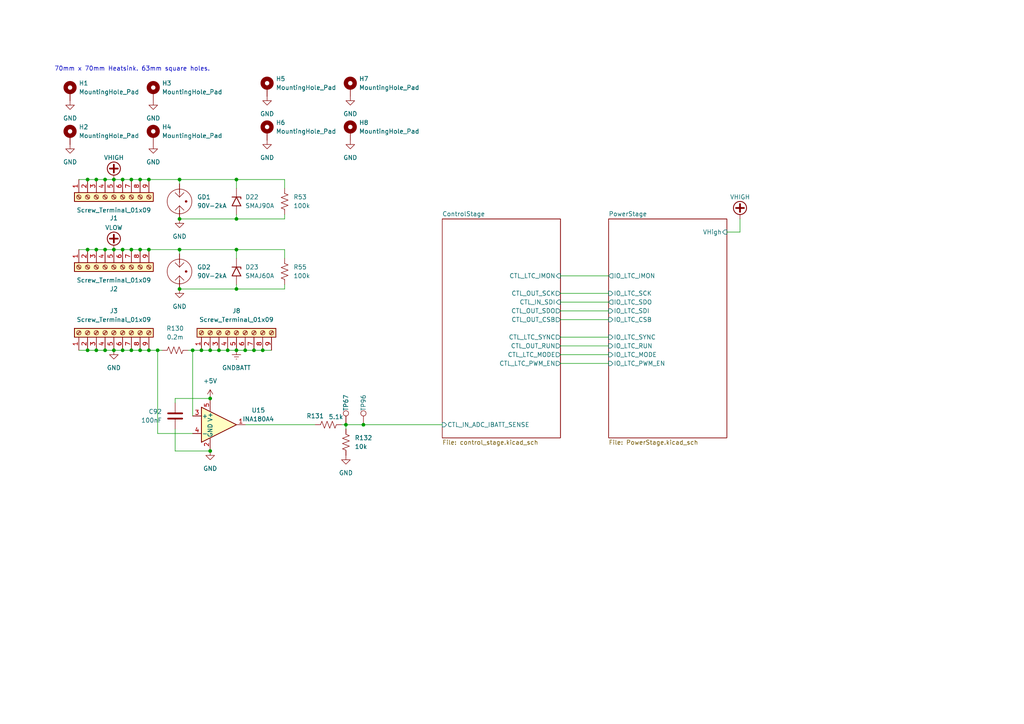
<source format=kicad_sch>
(kicad_sch (version 20231120) (generator "eeschema") (generator_version "8.0")
  (paper "A4")
  (lib_symbols
    (symbol "Amplifier_Current:INA180A4" (pin_names (offset 0.127))
      (property "Reference" "U" (at 3.81 3.81 0))
      (property "Value" "INA180A4" (at 3.81 -2.54 0))
      (symbol "INA180A4_0_1"
        (polyline (pts (xy 5.08 0) (xy -5.08 5.08) (xy -5.08 -5.08) (xy 5.08 0)) (stroke (width 0.254)) (fill (type background)))
      )
      (symbol "INA180A4_1_1"
        (pin output line (at 7.62 0 180) (length 2.54) (name "~") (number "1"))
        (pin power_in line (at -2.54 -7.62 90) (length 3.81) (name "GND") (number "2"))
        (pin input line (at -7.62 2.54 0) (length 2.54) (name "+") (number "3"))
        (pin input line (at -7.62 -2.54 0) (length 2.54) (name "-") (number "4"))
        (pin power_in line (at -2.54 7.62 270) (length 3.81) (name "V+") (number "5"))
      )
    )
    (symbol "Connector:Screw_Terminal_01x09" (pin_names (offset 1.016) hide)
      (property "Reference" "J" (at 0 12.7 0))
      (property "Value" "Screw_Terminal_01x09" (at 0 -12.7 0))
      (symbol "Screw_Terminal_01x09_1_1"
        (rectangle (start -1.27 11.43) (end 1.27 -11.43) (stroke (width 0.254)) (fill (type background)))
        (circle (center 0 -10.16) (radius 0.635) (stroke (width 0.1524)))
        (circle (center 0 -7.62) (radius 0.635) (stroke (width 0.1524)))
        (circle (center 0 -5.08) (radius 0.635) (stroke (width 0.1524)))
        (circle (center 0 -2.54) (radius 0.635) (stroke (width 0.1524)))
        (polyline (pts (xy -0.5334 -9.8298) (xy 0.3302 -10.668)) (stroke (width 0.1524)))
        (polyline (pts (xy -0.5334 -7.2898) (xy 0.3302 -8.128)) (stroke (width 0.1524)))
        (polyline (pts (xy -0.5334 -4.7498) (xy 0.3302 -5.588)) (stroke (width 0.1524)))
        (polyline (pts (xy -0.5334 -2.2098) (xy 0.3302 -3.048)) (stroke (width 0.1524)))
        (polyline (pts (xy -0.5334 0.3302) (xy 0.3302 -0.508)) (stroke (width 0.1524)))
        (polyline (pts (xy -0.5334 2.8702) (xy 0.3302 2.032)) (stroke (width 0.1524)))
        (polyline (pts (xy -0.5334 5.4102) (xy 0.3302 4.572)) (stroke (width 0.1524)))
        (polyline (pts (xy -0.5334 7.9502) (xy 0.3302 7.112)) (stroke (width 0.1524)))
        (polyline (pts (xy -0.5334 10.4902) (xy 0.3302 9.652)) (stroke (width 0.1524)))
        (polyline (pts (xy -0.3556 -9.652) (xy 0.508 -10.4902)) (stroke (width 0.1524)))
        (polyline (pts (xy -0.3556 -7.112) (xy 0.508 -7.9502)) (stroke (width 0.1524)))
        (polyline (pts (xy -0.3556 -4.572) (xy 0.508 -5.4102)) (stroke (width 0.1524)))
        (polyline (pts (xy -0.3556 -2.032) (xy 0.508 -2.8702)) (stroke (width 0.1524)))
        (polyline (pts (xy -0.3556 0.508) (xy 0.508 -0.3302)) (stroke (width 0.1524)))
        (polyline (pts (xy -0.3556 3.048) (xy 0.508 2.2098)) (stroke (width 0.1524)))
        (polyline (pts (xy -0.3556 5.588) (xy 0.508 4.7498)) (stroke (width 0.1524)))
        (polyline (pts (xy -0.3556 8.128) (xy 0.508 7.2898)) (stroke (width 0.1524)))
        (polyline (pts (xy -0.3556 10.668) (xy 0.508 9.8298)) (stroke (width 0.1524)))
        (circle (center 0 0) (radius 0.635) (stroke (width 0.1524)))
        (circle (center 0 2.54) (radius 0.635) (stroke (width 0.1524)))
        (circle (center 0 5.08) (radius 0.635) (stroke (width 0.1524)))
        (circle (center 0 7.62) (radius 0.635) (stroke (width 0.1524)))
        (circle (center 0 10.16) (radius 0.635) (stroke (width 0.1524)))
        (pin passive line (at -5.08 10.16 0) (length 3.81) (name "Pin_1") (number "1"))
        (pin passive line (at -5.08 7.62 0) (length 3.81) (name "Pin_2") (number "2"))
        (pin passive line (at -5.08 5.08 0) (length 3.81) (name "Pin_3") (number "3"))
        (pin passive line (at -5.08 2.54 0) (length 3.81) (name "Pin_4") (number "4"))
        (pin passive line (at -5.08 0 0) (length 3.81) (name "Pin_5") (number "5"))
        (pin passive line (at -5.08 -2.54 0) (length 3.81) (name "Pin_6") (number "6"))
        (pin passive line (at -5.08 -5.08 0) (length 3.81) (name "Pin_7") (number "7"))
        (pin passive line (at -5.08 -7.62 0) (length 3.81) (name "Pin_8") (number "8"))
        (pin passive line (at -5.08 -10.16 0) (length 3.81) (name "Pin_9") (number "9"))
      )
    )
    (symbol "Connector:TestPoint" (pin_numbers hide) (pin_names (offset 0.762) hide)
      (property "Reference" "TP" (at 0 6.858 0))
      (property "Value" "TestPoint" (at 0 5.08 0))
      (symbol "TestPoint_0_1"
        (circle (center 0 3.302) (radius 0.762))
      )
      (symbol "TestPoint_1_1"
        (pin passive line (at 0 0 90) (length 2.54) (name "1") (number "1"))
      )
    )
    (symbol "Device:C" (pin_numbers hide) (pin_names (offset 0.254))
      (property "Reference" "C" (at 0.635 2.54 0))
      (property "Value" "C" (at 0.635 -2.54 0))
      (symbol "C_0_1"
        (polyline (pts (xy -2.032 -0.762) (xy 2.032 -0.762)) (stroke (width 0.508)))
        (polyline (pts (xy -2.032 0.762) (xy 2.032 0.762)) (stroke (width 0.508)))
      )
      (symbol "C_1_1"
        (pin passive line (at 0 3.81 270) (length 2.794) (name "~") (number "1"))
        (pin passive line (at 0 -3.81 90) (length 2.794) (name "~") (number "2"))
      )
    )
    (symbol "Device:GDT_2Pin" (pin_numbers hide)
      (property "Reference" "GD2" (at 5.08 1.2701 0))
      (property "Value" "90V-2kA" (at 5.08 -1.2699 0))
      (symbol "GDT_2Pin_0_1"
        (polyline (pts (xy 0 -2.54) (xy 0 -1.27)))
        (polyline (pts (xy 0 -1.27) (xy -1.27 -2.54)))
        (polyline (pts (xy 0 -1.27) (xy 1.27 -2.54)))
        (polyline (pts (xy 0 1.27) (xy -1.27 2.54)))
        (polyline (pts (xy 0 1.27) (xy 1.27 2.54)))
        (polyline (pts (xy 0 2.54) (xy 0 1.27)))
        (circle (center 0 0) (radius 3.5814))
        (circle (center 1.905 0) (radius 0.127))
        (circle (center 1.905 0) (radius 0.127))
        (circle (center 1.905 0) (radius 0.2794))
        (circle (center 2.032 0) (radius 0.127))
      )
      (symbol "GDT_2Pin_1_1"
        (pin passive line (at 0 -5.08 90) (length 2.54) (name "~") (number "1"))
        (pin passive line (at 0 5.08 270) (length 2.54) (name "~") (number "2"))
      )
    )
    (symbol "Device:R_US" (pin_numbers hide) (pin_names (offset 0))
      (property "Reference" "R" (at 2.54 0 90))
      (property "Value" "R_US" (at -2.54 0 90))
      (symbol "R_US_0_1"
        (polyline (pts (xy 0 -2.286) (xy 0 -2.54)))
        (polyline (pts (xy 0 2.286) (xy 0 2.54)))
        (polyline (pts (xy 0 -0.762) (xy 1.016 -1.143) (xy 0 -1.524) (xy -1.016 -1.905) (xy 0 -2.286)))
        (polyline (pts (xy 0 0.762) (xy 1.016 0.381) (xy 0 0) (xy -1.016 -0.381) (xy 0 -0.762)))
        (polyline (pts (xy 0 2.286) (xy 1.016 1.905) (xy 0 1.524) (xy -1.016 1.143) (xy 0 0.762)))
      )
      (symbol "R_US_1_1"
        (pin passive line (at 0 3.81 270) (length 1.27) (name "~") (number "1"))
        (pin passive line (at 0 -3.81 90) (length 1.27) (name "~") (number "2"))
      )
    )
    (symbol "Diode:SMAJ60A" (pin_numbers hide) (pin_names (offset 1.016) hide)
      (property "Reference" "D" (at 0 2.54 0))
      (property "Value" "SMAJ60A" (at 0 -2.54 0))
      (symbol "SMAJ60A_0_1"
        (polyline (pts (xy -0.762 1.27) (xy -1.27 1.27) (xy -1.27 -1.27)) (stroke (width 0.254)))
        (polyline (pts (xy 1.27 1.27) (xy 1.27 -1.27) (xy -1.27 0) (xy 1.27 1.27)) (stroke (width 0.254)))
      )
      (symbol "SMAJ60A_1_1"
        (pin passive line (at -3.81 0 0) (length 2.54) (name "A1") (number "1"))
        (pin passive line (at 3.81 0 180) (length 2.54) (name "A2") (number "2"))
      )
    )
    (symbol "Diode:SMAJ90A" (pin_numbers hide) (pin_names (offset 1.016) hide)
      (property "Reference" "D" (at 0 2.54 0))
      (property "Value" "SMAJ90A" (at 0 -2.54 0))
      (symbol "SMAJ90A_0_1"
        (polyline (pts (xy -0.762 1.27) (xy -1.27 1.27) (xy -1.27 -1.27)) (stroke (width 0.254)))
        (polyline (pts (xy 1.27 1.27) (xy 1.27 -1.27) (xy -1.27 0) (xy 1.27 1.27)) (stroke (width 0.254)))
      )
      (symbol "SMAJ90A_1_1"
        (pin passive line (at -3.81 0 0) (length 2.54) (name "A1") (number "1"))
        (pin passive line (at 3.81 0 180) (length 2.54) (name "A2") (number "2"))
      )
    )
    (symbol "GDT_2Pin_1" (pin_numbers hide)
      (property "Reference" "GD1" (at 5.08 1.2701 0))
      (property "Value" "90V-2kA" (at 5.08 -1.2699 0))
      (symbol "GDT_2Pin_1_0_1"
        (polyline (pts (xy 0 -2.54) (xy 0 -1.27)))
        (polyline (pts (xy 0 -1.27) (xy -1.27 -2.54)))
        (polyline (pts (xy 0 -1.27) (xy 1.27 -2.54)))
        (polyline (pts (xy 0 1.27) (xy -1.27 2.54)))
        (polyline (pts (xy 0 1.27) (xy 1.27 2.54)))
        (polyline (pts (xy 0 2.54) (xy 0 1.27)))
        (circle (center 0 0) (radius 3.5814))
        (circle (center 1.905 0) (radius 0.127))
        (circle (center 1.905 0) (radius 0.127))
        (circle (center 1.905 0) (radius 0.2794))
        (circle (center 2.032 0) (radius 0.127))
      )
      (symbol "GDT_2Pin_1_1_1"
        (pin passive line (at 0 -5.08 90) (length 2.54) (name "~") (number "1"))
        (pin passive line (at 0 5.08 270) (length 2.54) (name "~") (number "2"))
      )
    )
    (symbol "Mechanical:MountingHole_Pad" (pin_numbers hide) (pin_names (offset 1.016) hide)
      (property "Reference" "H" (at 0 6.35 0))
      (property "Value" "MountingHole_Pad" (at 0 4.445 0))
      (symbol "MountingHole_Pad_0_1"
        (circle (center 0 1.27) (radius 1.27) (stroke (width 1.27)))
      )
      (symbol "MountingHole_Pad_1_1"
        (pin input line (at 0 -2.54 90) (length 2.54) (name "1") (number "1"))
      )
    )
    (symbol "power:+5V" (power) (pin_names (offset 0))
      (property "Value" "+5V" (at 0 3.556 0))
      (symbol "+5V_0_1"
        (polyline (pts (xy -0.762 1.27) (xy 0 2.54)))
        (polyline (pts (xy 0 0) (xy 0 2.54)))
        (polyline (pts (xy 0 2.54) (xy 0.762 1.27)))
      )
      (symbol "+5V_1_1"
        (pin power_in line (at 0 0 90) (length 0) hide (name "+5V") (number "1"))
      )
    )
    (symbol "power:+VDC" (power) (pin_names (offset 0))
      (property "Value" "+VDC" (at 0 6.35 0))
      (symbol "+VDC_0_1"
        (polyline (pts (xy -1.143 3.175) (xy 1.143 3.175)) (stroke (width 0.508)))
        (polyline (pts (xy 0 0) (xy 0 1.27)))
        (polyline (pts (xy 0 2.032) (xy 0 4.318)) (stroke (width 0.508)))
        (circle (center 0 3.175) (radius 1.905) (stroke (width 0.254)))
      )
      (symbol "+VDC_1_1"
        (pin power_in line (at 0 0 90) (length 0) hide (name "+VDC") (number "1"))
      )
    )
    (symbol "power:GND" (power) (pin_names (offset 0))
      (property "Value" "GND" (at 0 -3.81 0))
      (symbol "GND_0_1"
        (polyline (pts (xy 0 0) (xy 0 -1.27) (xy 1.27 -1.27) (xy 0 -2.54) (xy -1.27 -1.27) (xy 0 -1.27)))
      )
      (symbol "GND_1_1"
        (pin power_in line (at 0 0 270) (length 0) hide (name "GND") (number "1"))
      )
    )
    (symbol "power:GNDREF" (power) (pin_names (offset 0))
      (property "Value" "GNDREF" (at 0 -3.81 0))
      (symbol "GNDREF_0_1"
        (polyline (pts (xy -0.635 -1.905) (xy 0.635 -1.905)))
        (polyline (pts (xy -0.127 -2.54) (xy 0.127 -2.54)))
        (polyline (pts (xy 0 -1.27) (xy 0 0)))
        (polyline (pts (xy 1.27 -1.27) (xy -1.27 -1.27)))
      )
      (symbol "GNDREF_1_1"
        (pin power_in line (at 0 0 270) (length 0) hide (name "GNDREF") (number "1"))
      )
    )
  )
  (junction (at 35.56 101.6))
  (junction (at 38.1 101.6))
  (junction (at 76.2 101.6))
  (junction (at 30.48 72.39))
  (junction (at 30.48 101.6))
  (junction (at 100.33 123.19))
  (junction (at 43.18 52.07))
  (junction (at 33.02 72.39))
  (junction (at 68.58 101.6))
  (junction (at 68.58 72.39))
  (junction (at 68.58 63.5))
  (junction (at 38.1 72.39))
  (junction (at 27.94 52.07))
  (junction (at 60.96 130.81))
  (junction (at 43.18 72.39))
  (junction (at 66.04 101.6))
  (junction (at 45.72 101.6))
  (junction (at 63.5 101.6))
  (junction (at 25.4 101.6))
  (junction (at 68.58 83.82))
  (junction (at 60.96 101.6))
  (junction (at 52.07 63.5))
  (junction (at 30.48 52.07))
  (junction (at 40.64 72.39))
  (junction (at 40.64 101.6))
  (junction (at 35.56 52.07))
  (junction (at 105.41 123.19))
  (junction (at 71.12 101.6))
  (junction (at 55.88 101.6))
  (junction (at 73.66 101.6))
  (junction (at 40.64 52.07))
  (junction (at 25.4 52.07))
  (junction (at 25.4 72.39))
  (junction (at 33.02 101.6))
  (junction (at 52.07 83.82))
  (junction (at 60.96 115.57))
  (junction (at 58.42 101.6))
  (junction (at 38.1 52.07))
  (junction (at 27.94 101.6))
  (junction (at 43.18 101.6))
  (junction (at 68.58 52.07))
  (junction (at 27.94 72.39))
  (junction (at 52.07 52.07))
  (junction (at 52.07 72.39))
  (junction (at 33.02 52.07))
  (junction (at 35.56 72.39))
  (wire (pts (xy 33.02 52.07) (xy 35.56 52.07)))
  (wire (pts (xy 71.12 123.19) (xy 91.44 123.19)))
  (wire (pts (xy 33.02 72.39) (xy 35.56 72.39)))
  (wire (pts (xy 27.94 72.39) (xy 30.48 72.39)))
  (wire (pts (xy 27.94 52.07) (xy 30.48 52.07)))
  (wire (pts (xy 38.1 72.39) (xy 40.64 72.39)))
  (wire (pts (xy 25.4 72.39) (xy 27.94 72.39)))
  (wire (pts (xy 22.86 72.39) (xy 25.4 72.39)))
  (wire (pts (xy 45.72 125.73) (xy 45.72 101.6)))
  (wire (pts (xy 162.56 87.63) (xy 176.53 87.63)))
  (wire (pts (xy 162.56 92.71) (xy 176.53 92.71)))
  (wire (pts (xy 162.56 90.17) (xy 176.53 90.17)))
  (wire (pts (xy 55.88 101.6) (xy 58.42 101.6)))
  (wire (pts (xy 162.56 100.33) (xy 176.53 100.33)))
  (wire (pts (xy 68.58 63.5) (xy 68.58 62.23)))
  (wire (pts (xy 68.58 72.39) (xy 82.55 72.39)))
  (wire (pts (xy 68.58 101.6) (xy 71.12 101.6)))
  (wire (pts (xy 52.07 72.39) (xy 43.18 72.39)))
  (wire (pts (xy 82.55 82.55) (xy 82.55 83.82)))
  (wire (pts (xy 50.8 130.81) (xy 60.96 130.81)))
  (wire (pts (xy 66.04 101.6) (xy 68.58 101.6)))
  (wire (pts (xy 52.07 52.07) (xy 68.58 52.07)))
  (wire (pts (xy 58.42 101.6) (xy 60.96 101.6)))
  (wire (pts (xy 35.56 52.07) (xy 38.1 52.07)))
  (wire (pts (xy 71.12 101.6) (xy 73.66 101.6)))
  (wire (pts (xy 25.4 101.6) (xy 27.94 101.6)))
  (wire (pts (xy 210.82 67.31) (xy 214.63 67.31)))
  (wire (pts (xy 76.2 101.6) (xy 78.74 101.6)))
  (wire (pts (xy 52.07 52.07) (xy 43.18 52.07)))
  (wire (pts (xy 68.58 52.07) (xy 68.58 54.61)))
  (wire (pts (xy 27.94 101.6) (xy 30.48 101.6)))
  (wire (pts (xy 68.58 83.82) (xy 52.07 83.82)))
  (wire (pts (xy 162.56 80.01) (xy 176.53 80.01)))
  (wire (pts (xy 100.33 123.19) (xy 105.41 123.19)))
  (wire (pts (xy 52.07 72.39) (xy 52.07 73.66)))
  (wire (pts (xy 68.58 82.55) (xy 68.58 83.82)))
  (wire (pts (xy 73.66 101.6) (xy 76.2 101.6)))
  (wire (pts (xy 50.8 116.84) (xy 50.8 115.57)))
  (wire (pts (xy 30.48 52.07) (xy 33.02 52.07)))
  (wire (pts (xy 38.1 101.6) (xy 40.64 101.6)))
  (wire (pts (xy 25.4 52.07) (xy 27.94 52.07)))
  (wire (pts (xy 82.55 63.5) (xy 68.58 63.5)))
  (wire (pts (xy 22.86 52.07) (xy 25.4 52.07)))
  (wire (pts (xy 162.56 105.41) (xy 176.53 105.41)))
  (wire (pts (xy 38.1 52.07) (xy 40.64 52.07)))
  (wire (pts (xy 82.55 74.93) (xy 82.55 72.39)))
  (wire (pts (xy 45.72 101.6) (xy 46.99 101.6)))
  (wire (pts (xy 214.63 67.31) (xy 214.63 63.5)))
  (wire (pts (xy 40.64 101.6) (xy 43.18 101.6)))
  (wire (pts (xy 40.64 72.39) (xy 43.18 72.39)))
  (wire (pts (xy 82.55 54.61) (xy 82.55 52.07)))
  (wire (pts (xy 55.88 101.6) (xy 55.88 120.65)))
  (wire (pts (xy 43.18 101.6) (xy 45.72 101.6)))
  (wire (pts (xy 54.61 101.6) (xy 55.88 101.6)))
  (wire (pts (xy 162.56 102.87) (xy 176.53 102.87)))
  (wire (pts (xy 68.58 74.93) (xy 68.58 72.39)))
  (wire (pts (xy 68.58 83.82) (xy 82.55 83.82)))
  (wire (pts (xy 63.5 101.6) (xy 66.04 101.6)))
  (wire (pts (xy 100.33 123.19) (xy 100.33 124.46)))
  (wire (pts (xy 55.88 125.73) (xy 45.72 125.73)))
  (wire (pts (xy 60.96 101.6) (xy 63.5 101.6)))
  (wire (pts (xy 30.48 101.6) (xy 33.02 101.6)))
  (wire (pts (xy 33.02 101.6) (xy 35.56 101.6)))
  (wire (pts (xy 52.07 53.34) (xy 52.07 52.07)))
  (wire (pts (xy 68.58 52.07) (xy 82.55 52.07)))
  (wire (pts (xy 82.55 62.23) (xy 82.55 63.5)))
  (wire (pts (xy 105.41 123.19) (xy 128.27 123.19)))
  (wire (pts (xy 50.8 115.57) (xy 60.96 115.57)))
  (wire (pts (xy 68.58 72.39) (xy 52.07 72.39)))
  (wire (pts (xy 50.8 124.46) (xy 50.8 130.81)))
  (wire (pts (xy 40.64 52.07) (xy 43.18 52.07)))
  (wire (pts (xy 162.56 85.09) (xy 176.53 85.09)))
  (wire (pts (xy 162.56 97.79) (xy 176.53 97.79)))
  (wire (pts (xy 35.56 72.39) (xy 38.1 72.39)))
  (wire (pts (xy 30.48 72.39) (xy 33.02 72.39)))
  (wire (pts (xy 52.07 63.5) (xy 68.58 63.5)))
  (wire (pts (xy 99.06 123.19) (xy 100.33 123.19)))
  (wire (pts (xy 22.86 101.6) (xy 25.4 101.6)))
  (wire (pts (xy 35.56 101.6) (xy 38.1 101.6)))
  (text "70mm x 70mm Heatsink. 63mm square holes." (at 38.354 20.066 0) (effects (font (size 1.27 1.27))))
  (symbol (lib_id "power:GND") (at 60.96 130.81 0) (unit 1)
    (property "Reference" "#PWR0223" (effects (hide yes)))
    (property "Value" "GND" (at 60.96 135.89 0))
    (property "Description" "Power symbol creates a global label with name \"GND\" , ground" (effects (hide yes)))
  )
  (symbol (lib_id "power:GND") (at 20.32 41.91 0) (unit 1)
    (property "Reference" "#PWR02" (effects (hide yes)))
    (property "Value" "GND" (at 20.32 46.99 0))
    (property "Description" "Power symbol creates a global label with name \"GND\" , ground" (effects (hide yes)))
  )
  (symbol (lib_id "power:+VDC") (at 33.02 72.39 0) (unit 1)
    (property "Reference" "#PWR04" (effects (hide yes)))
    (property "Value" "VLOW" (at 33.02 66.04 0))
    (property "Description" "Power symbol creates a global label with name \"+VDC\"" (effects (hide yes)))
  )
  (symbol (lib_id "Amplifier_Current:INA180A4") (at 63.5 123.19 0) (unit 1)
    (property "Reference" "U15" (at 74.93 118.999 0))
    (property "Value" "INA180A4" (at 74.93 121.539 0))
    (property "Footprint" "Package_TO_SOT_SMD:SOT-23-5" (effects (hide yes)))
    (property "Datasheet" "http://www.ti.com/lit/ds/symlink/ina180.pdf" (effects (hide yes)))
    (property "Description" "Current Sense Amplifier, 1 Circuit, Rail-to-Rail, 26V, Gain 200 V/V, SOT-23-5" (effects (hide yes)))
    (property "LCSC" "C188337" (effects (hide yes)))
  )
  (symbol (lib_id "Device:C") (at 50.8 120.65 0) (mirror y) (unit 1)
    (property "Reference" "C92" (at 46.99 119.3799 0) (effects (justify left)))
    (property "Value" "100nF" (at 46.99 121.9199 0) (effects (justify left)))
    (property "Footprint" "Capacitor_SMD:C_0603_1608Metric" (effects (hide yes)))
    (property "Description" "Unpolarized capacitor" (effects (hide yes)))
    (property "LCSC" "C14663" (effects (hide yes)))
    (property "Digikey" "N/A" (effects (hide yes)))
  )
  (symbol (lib_id "Device:R_US") (at 95.25 123.19 270) (unit 1)
    (property "Reference" "R131" (at 93.9799 120.65 90) (effects (justify right)))
    (property "Value" "5.1k" (at 99.568 120.904 90) (effects (justify right)))
    (property "Footprint" "Resistor_SMD:R_0603_1608Metric" (effects (hide yes)))
    (property "Description" "Resistor, US symbol" (effects (hide yes)))
    (property "LCSC" "C23186" (effects (hide yes)))
    (property "Digikey" "N/A" (effects (hide yes)))
  )
  (symbol (lib_id "power:GND") (at 101.6 27.94 0) (unit 1)
    (property "Reference" "#PWR075" (effects (hide yes)))
    (property "Value" "GND" (at 101.6 33.02 0))
    (property "Description" "Power symbol creates a global label with name \"GND\" , ground" (effects (hide yes)))
  )
  (symbol (lib_id "power:+VDC") (at 33.02 52.07 0) (unit 1)
    (property "Reference" "#PWR03" (effects (hide yes)))
    (property "Value" "VHIGH" (at 33.02 45.72 0))
    (property "Description" "Power symbol creates a global label with name \"+VDC\"" (effects (hide yes)))
  )
  (symbol (lib_name "GDT_2Pin_1") (lib_id "Device:GDT_2Pin") (at 52.07 58.42 0) (unit 1)
    (property "Reference" "GD1" (at 57.15 57.1499 0) (effects (justify left)))
    (property "Value" "90V-2kA" (at 57.15 59.6899 0) (effects (justify left)))
    (property "Footprint" "Fuse:Fuse_1812_4532Metric_Pad1.30x3.40mm_HandSolder" (effects (hide yes)))
    (property "Datasheet" "https://www.lcsc.com/datasheet/lcsc_datasheet_1809111912_Brightking-4532-091-LF_C78323.pdf" (effects (hide yes)))
    (property "Description" "Gas Discharge Tube with 2 Pins" (effects (hide yes)))
    (property "LCSC" "C78323" (effects (hide yes)))
  )
  (symbol (lib_id "Mechanical:MountingHole_Pad") (at 101.6 25.4 0) (unit 1) (in_bom no)
    (property "Reference" "H7" (at 104.14 22.8599 0) (effects (justify left)))
    (property "Value" "MountingHole_Pad" (at 104.14 25.3999 0) (effects (justify left)))
    (property "Footprint" "MountingHole:MountingHole_3.2mm_M3_Pad_Via" (effects (hide yes)))
    (property "Description" "Mounting Hole with connection" (effects (hide yes)))
    (property "Digikey" "N/A" (effects (hide yes)))
    (property "LCSC" "N/A" (effects (hide yes)))
  )
  (symbol (lib_id "Mechanical:MountingHole_Pad") (at 44.45 26.67 0) (unit 1) (in_bom no)
    (property "Reference" "H3" (at 46.99 24.1299 0) (effects (justify left)))
    (property "Value" "MountingHole_Pad" (at 46.99 26.6699 0) (effects (justify left)))
    (property "Footprint" "MountingHole:MountingHole_3.2mm_M3_Pad_Via" (effects (hide yes)))
    (property "Description" "Mounting Hole with connection" (effects (hide yes)))
    (property "Digikey" "N/A" (effects (hide yes)))
    (property "LCSC" "N/A" (effects (hide yes)))
  )
  (symbol (lib_id "Device:R_US") (at 82.55 58.42 0) (unit 1)
    (property "Reference" "R53" (at 85.09 57.1499 0) (effects (justify left)))
    (property "Value" "100k" (at 85.09 59.6899 0) (effects (justify left)))
    (property "Footprint" "Resistor_SMD:R_1206_3216Metric" (effects (hide yes)))
    (property "Description" "Resistor, US symbol" (effects (hide yes)))
    (property "LCSC" "C17900" (effects (hide yes)))
  )
  (symbol (lib_id "power:GNDREF") (at 68.58 101.6 0) (unit 1)
    (property "Reference" "#PWR0222" (effects (hide yes)))
    (property "Value" "GNDBATT" (at 68.58 106.68 0))
    (property "Description" "Power symbol creates a global label with name \"GNDREF\" , reference supply ground" (effects (hide yes)))
  )
  (symbol (lib_id "power:GND") (at 44.45 29.21 0) (unit 1)
    (property "Reference" "#PWR06" (effects (hide yes)))
    (property "Value" "GND" (at 44.45 34.29 0))
    (property "Description" "Power symbol creates a global label with name \"GND\" , ground" (effects (hide yes)))
  )
  (symbol (lib_id "Mechanical:MountingHole_Pad") (at 20.32 39.37 0) (unit 1) (in_bom no)
    (property "Reference" "H2" (at 22.86 36.8299 0) (effects (justify left)))
    (property "Value" "MountingHole_Pad" (at 22.86 39.3699 0) (effects (justify left)))
    (property "Footprint" "MountingHole:MountingHole_3.2mm_M3_Pad_Via" (effects (hide yes)))
    (property "Description" "Mounting Hole with connection" (effects (hide yes)))
    (property "Digikey" "N/A" (effects (hide yes)))
    (property "LCSC" "N/A" (effects (hide yes)))
  )
  (symbol (lib_id "power:GND") (at 77.47 40.64 0) (unit 1)
    (property "Reference" "#PWR059" (effects (hide yes)))
    (property "Value" "GND" (at 77.47 45.72 0))
    (property "Description" "Power symbol creates a global label with name \"GND\" , ground" (effects (hide yes)))
  )
  (symbol (lib_id "power:GND") (at 33.02 101.6 0) (unit 1)
    (property "Reference" "#PWR05" (effects (hide yes)))
    (property "Value" "GND" (at 33.02 106.68 0))
    (property "Description" "Power symbol creates a global label with name \"GND\" , ground" (effects (hide yes)))
  )
  (symbol (lib_id "Diode:SMAJ60A") (at 68.58 78.74 270) (unit 1)
    (property "Reference" "D23" (at 71.12 77.4699 90) (effects (justify left)))
    (property "Value" "SMAJ60A" (at 71.12 80.0099 90) (effects (justify left)))
    (property "Footprint" "Diode_SMD:D_SMA" (effects (hide yes)))
    (property "Datasheet" "https://www.littelfuse.com/media?resourcetype=datasheets&itemid=75e32973-b177-4ee3-a0ff-cedaf1abdb93&filename=smaj-datasheet" (effects (hide yes)))
    (property "Description" "400W unidirectional Transient Voltage Suppressor, 60.0Vr, SMA(DO-214AC)" (effects (hide yes)))
    (property "LCSC" "C707480" (effects (hide yes)))
  )
  (symbol (lib_id "Mechanical:MountingHole_Pad") (at 101.6 38.1 0) (unit 1) (in_bom no)
    (property "Reference" "H8" (at 104.14 35.5599 0) (effects (justify left)))
    (property "Value" "MountingHole_Pad" (at 104.14 38.0999 0) (effects (justify left)))
    (property "Footprint" "MountingHole:MountingHole_3.2mm_M3_Pad_Via" (effects (hide yes)))
    (property "Description" "Mounting Hole with connection" (effects (hide yes)))
    (property "Digikey" "N/A" (effects (hide yes)))
    (property "LCSC" "N/A" (effects (hide yes)))
  )
  (symbol (lib_id "Connector:Screw_Terminal_01x09") (at 33.02 77.47 90) (mirror x) (unit 1)
    (property "Reference" "J2" (at 33.02 83.82 90))
    (property "Value" "Screw_Terminal_01x09" (at 33.02 81.28 90))
    (property "Footprint" "Connectors:CONN_74651195R_WRE" (effects (hide yes)))
    (property "Description" "Generic screw terminal, single row, 01x09, script generated (kicad-library-utils/schlib/autogen/connector/)" (effects (hide yes)))
    (property "Digikey" "732-74651195RCT-ND" (effects (hide yes)))
    (property "LCSC" "N/A" (effects (hide yes)))
  )
  (symbol (lib_id "power:GND") (at 52.07 63.5 0) (unit 1)
    (property "Reference" "#PWR0220" (effects (hide yes)))
    (property "Value" "GND" (at 52.07 68.58 0))
    (property "Description" "Power symbol creates a global label with name \"GND\" , ground" (effects (hide yes)))
  )
  (symbol (lib_id "power:GND") (at 101.6 40.64 0) (unit 1)
    (property "Reference" "#PWR078" (effects (hide yes)))
    (property "Value" "GND" (at 101.6 45.72 0))
    (property "Description" "Power symbol creates a global label with name \"GND\" , ground" (effects (hide yes)))
  )
  (symbol (lib_id "power:+VDC") (at 214.63 63.5 0) (unit 1)
    (property "Reference" "#PWR092" (effects (hide yes)))
    (property "Value" "VHIGH" (at 214.63 57.15 0))
    (property "Description" "Power symbol creates a global label with name \"+VDC\"" (effects (hide yes)))
  )
  (symbol (lib_id "Connector:TestPoint") (at 100.33 123.19 0) (unit 1)
    (property "Reference" "TP67" (at 100.33 116.84 90))
    (property "Value" "TestPoint" (effects (hide yes)))
    (property "Footprint" "TestPoint:TestPoint_Pad_D1.0mm" (effects (hide yes)))
    (property "Description" "test point" (effects (hide yes)))
    (property "LCSC" "N/A" (effects (hide yes)))
  )
  (symbol (lib_id "Mechanical:MountingHole_Pad") (at 44.45 39.37 0) (unit 1) (in_bom no)
    (property "Reference" "H4" (at 46.99 36.8299 0) (effects (justify left)))
    (property "Value" "MountingHole_Pad" (at 46.99 39.3699 0) (effects (justify left)))
    (property "Footprint" "MountingHole:MountingHole_3.2mm_M3_Pad_Via" (effects (hide yes)))
    (property "Description" "Mounting Hole with connection" (effects (hide yes)))
    (property "Digikey" "N/A" (effects (hide yes)))
    (property "LCSC" "N/A" (effects (hide yes)))
  )
  (symbol (lib_id "Device:R_US") (at 100.33 128.27 180) (unit 1)
    (property "Reference" "R132" (at 102.87 126.9999 0) (effects (justify right)))
    (property "Value" "10k" (at 102.87 129.5399 0) (effects (justify right)))
    (property "Footprint" "Resistor_SMD:R_0603_1608Metric" (effects (hide yes)))
    (property "Description" "Resistor, US symbol" (effects (hide yes)))
    (property "LCSC" "C25804" (effects (hide yes)))
    (property "Digikey" "N/A" (effects (hide yes)))
  )
  (symbol (lib_id "power:GND") (at 77.47 27.94 0) (unit 1)
    (property "Reference" "#PWR055" (effects (hide yes)))
    (property "Value" "GND" (at 77.47 33.02 0))
    (property "Description" "Power symbol creates a global label with name \"GND\" , ground" (effects (hide yes)))
  )
  (symbol (lib_id "Mechanical:MountingHole_Pad") (at 20.32 26.67 0) (unit 1) (in_bom no)
    (property "Reference" "H1" (at 22.86 24.1299 0) (effects (justify left)))
    (property "Value" "MountingHole_Pad" (at 22.86 26.6699 0) (effects (justify left)))
    (property "Footprint" "MountingHole:MountingHole_3.2mm_M3_Pad_Via" (effects (hide yes)))
    (property "Description" "Mounting Hole with connection" (effects (hide yes)))
    (property "Digikey" "N/A" (effects (hide yes)))
    (property "LCSC" "N/A" (effects (hide yes)))
  )
  (symbol (lib_id "Device:R_US") (at 50.8 101.6 90) (unit 1)
    (property "Reference" "R130" (at 50.8 95.25 90))
    (property "Value" "0.2m" (at 50.8 97.79 90))
    (property "Footprint" "Resistors:Shunt_5930" (effects (hide yes)))
    (property "Datasheet" "https://www.lcsc.com/datasheet/lcsc_datasheet_2405291152_RESI-PEWM5930FL200K9_C22446543.pdf" (effects (hide yes)))
    (property "Description" "Resistor, US symbol" (effects (hide yes)))
    (property "LCSC" "C22446543" (effects (hide yes)))
  )
  (symbol (lib_id "Device:GDT_2Pin") (at 52.07 78.74 0) (unit 1)
    (property "Reference" "GD2" (at 57.15 77.4699 0) (effects (justify left)))
    (property "Value" "90V-2kA" (at 57.15 80.0099 0) (effects (justify left)))
    (property "Footprint" "Fuse:Fuse_1812_4532Metric_Pad1.30x3.40mm_HandSolder" (effects (hide yes)))
    (property "Datasheet" "https://www.lcsc.com/datasheet/lcsc_datasheet_1809111912_Brightking-4532-091-LF_C78323.pdf" (effects (hide yes)))
    (property "Description" "Gas Discharge Tube with 2 Pins" (effects (hide yes)))
    (property "LCSC" "C78323" (effects (hide yes)))
  )
  (symbol (lib_id "Mechanical:MountingHole_Pad") (at 77.47 38.1 0) (unit 1) (in_bom no)
    (property "Reference" "H6" (at 80.01 35.5599 0) (effects (justify left)))
    (property "Value" "MountingHole_Pad" (at 80.01 38.0999 0) (effects (justify left)))
    (property "Footprint" "MountingHole:MountingHole_3.2mm_M3_Pad_Via" (effects (hide yes)))
    (property "Description" "Mounting Hole with connection" (effects (hide yes)))
    (property "Digikey" "N/A" (effects (hide yes)))
    (property "LCSC" "N/A" (effects (hide yes)))
  )
  (symbol (lib_id "Connector:Screw_Terminal_01x09") (at 33.02 57.15 90) (mirror x) (unit 1)
    (property "Reference" "J1" (at 33.02 63.246 90))
    (property "Value" "Screw_Terminal_01x09" (at 33.02 60.96 90))
    (property "Footprint" "Connectors:CONN_74651195R_WRE" (effects (hide yes)))
    (property "Description" "Generic screw terminal, single row, 01x09, script generated (kicad-library-utils/schlib/autogen/connector/)" (effects (hide yes)))
    (property "Digikey" "732-74651195RCT-ND" (effects (hide yes)))
    (property "LCSC" "N/A" (effects (hide yes)))
  )
  (symbol (lib_id "Device:R_US") (at 82.55 78.74 0) (unit 1)
    (property "Reference" "R55" (at 85.09 77.4699 0) (effects (justify left)))
    (property "Value" "100k" (at 85.09 80.0099 0) (effects (justify left)))
    (property "Footprint" "Resistor_SMD:R_1206_3216Metric" (effects (hide yes)))
    (property "Description" "Resistor, US symbol" (effects (hide yes)))
    (property "LCSC" "C17900" (effects (hide yes)))
  )
  (symbol (lib_id "Diode:SMAJ90A") (at 68.58 58.42 270) (unit 1)
    (property "Reference" "D22" (at 71.12 57.1499 90) (effects (justify left)))
    (property "Value" "SMAJ90A" (at 71.12 59.6899 90) (effects (justify left)))
    (property "Footprint" "Diode_SMD:D_SMA" (effects (hide yes)))
    (property "Datasheet" "https://www.littelfuse.com/media?resourcetype=datasheets&itemid=75e32973-b177-4ee3-a0ff-cedaf1abdb93&filename=smaj-datasheet" (effects (hide yes)))
    (property "Description" "400W unidirectional Transient Voltage Suppressor, 90.0Vr, SMA(DO-214AC)" (effects (hide yes)))
    (property "LCSC" "C2989723" (effects (hide yes)))
  )
  (symbol (lib_id "power:GND") (at 44.45 41.91 0) (unit 1)
    (property "Reference" "#PWR07" (effects (hide yes)))
    (property "Value" "GND" (at 44.45 46.99 0))
    (property "Description" "Power symbol creates a global label with name \"GND\" , ground" (effects (hide yes)))
  )
  (symbol (lib_id "Connector:TestPoint") (at 105.41 123.19 0) (unit 1)
    (property "Reference" "TP96" (at 105.41 116.84 90))
    (property "Value" "TestPoint" (effects (hide yes)))
    (property "Footprint" "TestPoint:TestPoint_Pad_D1.0mm" (effects (hide yes)))
    (property "Description" "test point" (effects (hide yes)))
    (property "LCSC" "N/A" (effects (hide yes)))
  )
  (symbol (lib_id "power:GND") (at 100.33 132.08 0) (unit 1)
    (property "Reference" "#PWR0225" (effects (hide yes)))
    (property "Value" "GND" (at 100.33 137.16 0))
    (property "Description" "Power symbol creates a global label with name \"GND\" , ground" (effects (hide yes)))
  )
  (symbol (lib_id "Connector:Screw_Terminal_01x09") (at 68.58 96.52 90) (unit 1)
    (property "Reference" "J8" (at 68.58 90.17 90))
    (property "Value" "Screw_Terminal_01x09" (at 68.58 92.71 90))
    (property "Footprint" "Connectors:CONN_74651195R_WRE" (effects (hide yes)))
    (property "Description" "Generic screw terminal, single row, 01x09, script generated (kicad-library-utils/schlib/autogen/connector/)" (effects (hide yes)))
    (property "Digikey" "732-74651195RCT-ND" (effects (hide yes)))
    (property "LCSC" "N/A" (effects (hide yes)))
  )
  (symbol (lib_id "power:+5V") (at 60.96 115.57 0) (unit 1)
    (property "Reference" "#PWR0224" (effects (hide yes)))
    (property "Value" "+5V" (at 60.96 110.49 0))
    (property "Description" "Power symbol creates a global label with name \"+5V\"" (effects (hide yes)))
  )
  (symbol (lib_id "power:GND") (at 52.07 83.82 0) (unit 1)
    (property "Reference" "#PWR0221" (effects (hide yes)))
    (property "Value" "GND" (at 52.07 88.9 0))
    (property "Description" "Power symbol creates a global label with name \"GND\" , ground" (effects (hide yes)))
  )
  (symbol (lib_id "Mechanical:MountingHole_Pad") (at 77.47 25.4 0) (unit 1) (in_bom no)
    (property "Reference" "H5" (at 80.01 22.8599 0) (effects (justify left)))
    (property "Value" "MountingHole_Pad" (at 80.01 25.3999 0) (effects (justify left)))
    (property "Footprint" "MountingHole:MountingHole_3.2mm_M3_Pad_Via" (effects (hide yes)))
    (property "Description" "Mounting Hole with connection" (effects (hide yes)))
    (property "Digikey" "N/A" (effects (hide yes)))
    (property "LCSC" "N/A" (effects (hide yes)))
  )
  (symbol (lib_id "power:GND") (at 20.32 29.21 0) (unit 1)
    (property "Reference" "#PWR01" (effects (hide yes)))
    (property "Value" "GND" (at 20.32 34.29 0))
    (property "Description" "Power symbol creates a global label with name \"GND\" , ground" (effects (hide yes)))
  )
  (symbol (lib_id "Connector:Screw_Terminal_01x09") (at 33.02 96.52 90) (unit 1)
    (property "Reference" "J3" (at 33.02 90.17 90))
    (property "Value" "Screw_Terminal_01x09" (at 33.02 92.71 90))
    (property "Footprint" "Connectors:CONN_74651195R_WRE" (effects (hide yes)))
    (property "Description" "Generic screw terminal, single row, 01x09, script generated (kicad-library-utils/schlib/autogen/connector/)" (effects (hide yes)))
    (property "Digikey" "732-74651195RCT-ND" (effects (hide yes)))
    (property "LCSC" "N/A" (effects (hide yes)))
  )
  (sheet (at 176.53 63.5) (size 34.29 63.5) (stroke (width 0.1524))
    (property "Sheetname" "PowerStage" (at 176.53 62.7884 0) (effects (justify left bottom)))
    (property "Sheetfile" "PowerStage.kicad_sch" (at 176.53 127.5846 0) (effects (justify left top)))
    (pin "VHigh" input (at 210.82 67.31 0))
    (pin "IO_LTC_IMON" output (at 176.53 80.01 180))
    (pin "IO_LTC_SCK" input (at 176.53 85.09 180))
    (pin "IO_LTC_SDO" output (at 176.53 87.63 180))
    (pin "IO_LTC_CSB" input (at 176.53 92.71 180))
    (pin "IO_LTC_SDI" input (at 176.53 90.17 180))
    (pin "IO_LTC_SYNC" input (at 176.53 97.79 180))
    (pin "IO_LTC_RUN" input (at 176.53 100.33 180))
    (pin "IO_LTC_MODE" input (at 176.53 102.87 180))
    (pin "IO_LTC_PWM_EN" input (at 176.53 105.41 180))
  )
  (sheet (at 128.27 63.5) (size 34.29 63.5) (stroke (width 0.1524))
    (property "Sheetname" "ControlStage" (at 128.27 62.7884 0) (effects (justify left bottom)))
    (property "Sheetfile" "control_stage.kicad_sch" (at 128.27 127.5846 0) (effects (justify left top)))
    (pin "CTL_LTC_MODE" output (at 162.56 102.87 0))
    (pin "CTL_OUT_CSB" output (at 162.56 92.71 0))
    (pin "CTL_OUT_SDO" output (at 162.56 90.17 0))
    (pin "CTL_OUT_SCK" output (at 162.56 85.09 0))
    (pin "CTL_IN_SDI" input (at 162.56 87.63 0))
    (pin "CTL_OUT_RUN" output (at 162.56 100.33 0))
    (pin "CTL_LTC_IMON" input (at 162.56 80.01 0))
    (pin "CTL_LTC_SYNC" output (at 162.56 97.79 0))
    (pin "CTL_LTC_PWM_EN" output (at 162.56 105.41 0))
    (pin "CTL_IN_ADC_IBATT_SENSE" input (at 128.27 123.19 180))
  )
)
</source>
